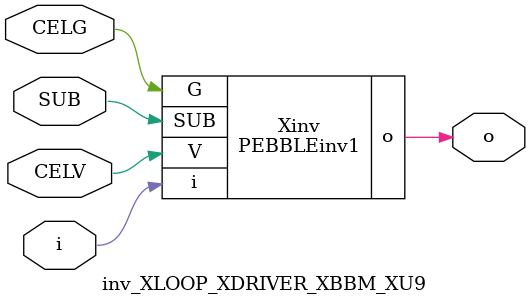
<source format=v>



module PEBBLEinv1 ( o, G, SUB, V, i );

  input V;
  input i;
  input G;
  output o;
  input SUB;
endmodule

//Celera Confidential Do Not Copy inv_XLOOP_XDRIVER_XBBM_XU9
//Celera Confidential Symbol Generator
//5V Inverter
module inv_XLOOP_XDRIVER_XBBM_XU9 (CELV,CELG,i,o,SUB);
input CELV;
input CELG;
input i;
input SUB;
output o;

//Celera Confidential Do Not Copy inv
PEBBLEinv1 Xinv(
.V (CELV),
.i (i),
.o (o),
.SUB (SUB),
.G (CELG)
);
//,diesize,PEBBLEinv1

//Celera Confidential Do Not Copy Module End
//Celera Schematic Generator
endmodule

</source>
